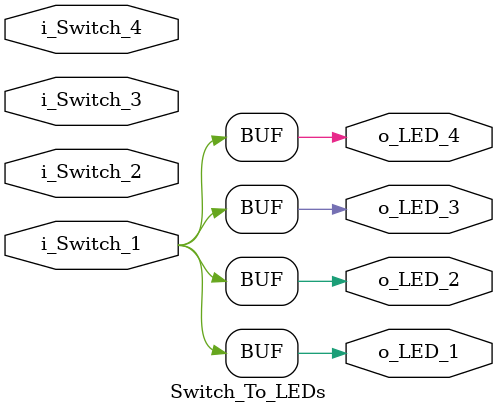
<source format=v>
module Switch_To_LEDs
    (input i_Switch_1,
     input i_Switch_2,
     input i_Switch_3,
     input i_Switch_4,
     output o_LED_1,
     output o_LED_2,
     output o_LED_3,
     output o_LED_4,);

assign o_LED_1 = i_Switch_1;
assign o_LED_2 = i_Switch_1;
assign o_LED_3 = i_Switch_1;
assign o_LED_4 = i_Switch_1;

endmodule
</source>
